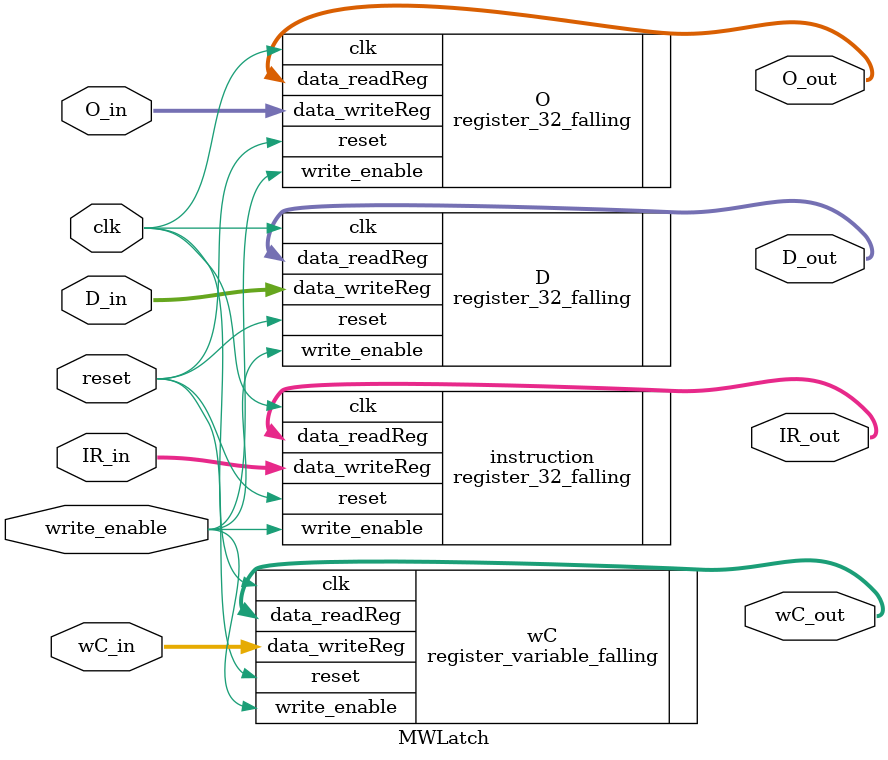
<source format=v>
module MWLatch(IR_in, IR_out, O_in, O_out, D_in, D_out, wC_in, wC_out, clk, write_enable, reset);
    input clk, write_enable, reset;
    input [31:0] IR_in, O_in, D_in;
    output [31:0] IR_out, O_out, D_out;

    input [4:0] wC_in;
    output [4:0] wC_out;
    
    register_32_falling instruction(.data_writeReg(IR_in), .data_readReg(IR_out), .clk(clk), .write_enable(write_enable), .reset(reset));
    register_32_falling O(.data_writeReg(O_in), .data_readReg(O_out), .clk(clk), .write_enable(write_enable), .reset(reset));
    register_32_falling D(.data_writeReg(D_in), .data_readReg(D_out), .clk(clk), .write_enable(write_enable), .reset(reset));
    register_variable_falling #(5) wC(.data_writeReg(wC_in), .data_readReg(wC_out), .clk(clk), .write_enable(write_enable), .reset(reset));
endmodule
</source>
